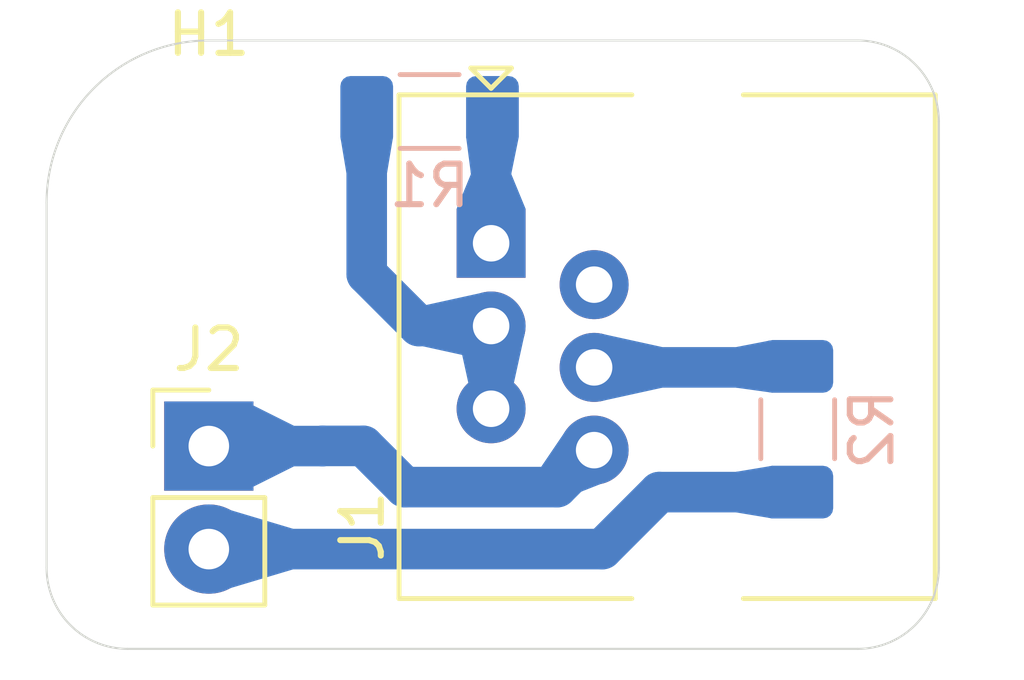
<source format=kicad_pcb>
(kicad_pcb (version 20241229) (generator "pcbnew") (generator_version "9.0")
  (layers (0 "F.Cu" signal) (2 "B.Cu" signal) (13 "F.Paste" user) (15 "B.Paste" user) (5 "F.SilkS" user "F.Silkscreen") (7 "B.SilkS" user "B.Silkscreen") (1 "F.Mask" user) (3 "B.Mask" user) (25 "Edge.Cuts" user))
  (net 0 "")
  (net 1 "GND")
  (net 2 "Net-(J1-Pad1)")
  (net 3 "Net-(J1-Pad4)")
  (net 4 "Net-(J2-Pin_1)")
  (net 6 "Net-(J2-Pin_2)")
  (footprint "Connector_PinHeader_2.54mm:PinHeader_1x02_P2.54mm_Vertical" (layer "F.Cu") (at 143 95)
    (property "Reference" "J2" (at 0 -2.38 0) (layer "F.SilkS"))
    (property "Value" "Conn_01x02")
    (fp_line (start -1.38 -1.38) (end 0 -1.38) (stroke (width 0.12)) (layer "F.SilkS"))
    (fp_line (start -1.38 0) (end -1.38 -1.38) (stroke (width 0.12)) (layer "F.SilkS"))
    (fp_line (start -1.38 1.27) (end -1.38 3.92) (stroke (width 0.12)) (layer "F.SilkS"))
    (fp_line (start -1.38 1.27) (end 1.38 1.27) (stroke (width 0.12)) (layer "F.SilkS"))
    (fp_line (start -1.38 3.92) (end 1.38 3.92) (stroke (width 0.12)) (layer "F.SilkS"))
    (fp_line (start 1.38 1.27) (end 1.38 3.92) (stroke (width 0.12)) (layer "F.SilkS"))
    (pad "1" thru_hole rect (at 0 0) (size 2.2 2.2) (drill 1) (layers "*.Cu" "*.Mask") (net 4 "Net-(J2-Pin_1)"))
    (pad "2" thru_hole circle (at 0 2.54) (size 2.2 2.2) (drill 1) (layers "*.Cu" "*.Mask") (net 6 "Net-(J2-Pin_2)"))
  )
  (footprint "MountingHole:MountingHole_3.2mm_M3" (layer "F.Cu") (at 143 89)
    (property "Reference" "H1" (at 0 -4.15 0) (layer "F.SilkS"))
    (property "Value" "MountingHole")
    (pad "" np_thru_hole circle (at 0 0) (size 3.2 3.2) (drill 3.2) (layers "*.Cu" "*.Mask"))
  )
  (footprint "Connector_RJ:RJ25_Wayconn_MJEA-660X1_Horizontal" (layer "F.Cu") (at 149.96 90 90)
    (property "Reference" "J1" (at -6.985 -3.175 90) (layer "F.SilkS"))
    (property "Value" "RJ12")
    (fp_line (start 3.66 -2.27) (end 3.66 3.47) (stroke (width 0.12)) (layer "F.SilkS"))
    (fp_line (start -8.76 -2.27) (end 3.66 -2.27) (stroke (width 0.12)) (layer "F.SilkS"))
    (fp_line (start -8.76 -2.27) (end -8.76 3.47) (stroke (width 0.12)) (layer "F.SilkS"))
    (fp_line (start 4.32 -0.5) (end 3.82 0) (stroke (width 0.12)) (layer "F.SilkS"))
    (fp_line (start 4.32 -0.5) (end 4.32 0.5) (stroke (width 0.12)) (layer "F.SilkS"))
    (fp_line (start 3.82 0) (end 4.32 0.5) (stroke (width 0.12)) (layer "F.SilkS"))
    (fp_line (start 3.66 6.22) (end 3.66 10.95) (stroke (width 0.12)) (layer "F.SilkS"))
    (fp_line (start -8.76 6.22) (end -8.76 10.95) (stroke (width 0.12)) (layer "F.SilkS"))
    (fp_line (start -8.76 10.95) (end 3.66 10.95) (stroke (width 0.12)) (layer "F.SilkS"))
    (pad "" np_thru_hole circle (at -8.55 4.84 90) (size 2.3 2.3) (drill 2.3) (layers "*.Cu" "*.Mask"))
    (pad "" np_thru_hole circle (at 3.45 4.84 90) (size 2.3 2.3) (drill 2.3) (layers "*.Cu" "*.Mask"))
    (pad "1" thru_hole rect (at 0 0 90) (size 1.7 1.7) (drill 0.9) (layers "*.Cu" "*.Mask") (net 2 "Net-(J1-Pad1)"))
    (pad "2" thru_hole circle (at -1.02 2.54 90) (size 1.7 1.7) (drill 0.9) (layers "*.Cu" "*.Mask"))
    (pad "3" thru_hole circle (at -2.04 0 90) (size 1.7 1.7) (drill 0.9) (layers "*.Cu" "*.Mask") (net 1 "GND"))
    (pad "4" thru_hole circle (at -3.06 2.54 90) (size 1.7 1.7) (drill 0.9) (layers "*.Cu" "*.Mask") (net 3 "Net-(J1-Pad4)"))
    (pad "5" thru_hole circle (at -4.08 0 90) (size 1.7 1.7) (drill 0.9) (layers "*.Cu" "*.Mask") (net 1 "GND"))
    (pad "6" thru_hole circle (at -5.1 2.54 90) (size 1.7 1.7) (drill 0.9) (layers "*.Cu" "*.Mask") (net 4 "Net-(J2-Pin_1)"))
  )
  (footprint "Resistor_SMD:R_1206_3216Metric_Pad1.30x1.75mm_HandSolder" (layer "B.Cu") (at 148.44296 86.75105)
    (property "Reference" "R1" (at 0 1.829999 0) (layer "B.SilkS") (effects (justify mirror)))
    (property "Value" "910 1%")
    (fp_line (start -0.727064 -0.91) (end 0.727064 -0.91) (stroke (width 0.12)) (layer "B.SilkS"))
    (fp_line (start -0.727064 0.91) (end 0.727064 0.91) (stroke (width 0.12)) (layer "B.SilkS"))
    (pad "1" smd roundrect (at -1.550001 0) (size 1.3 1.75) (layers "B.Cu" "B.Mask" "B.Paste") (roundrect_rratio 0.192308) (net 1 "GND"))
    (pad "2" smd roundrect (at 1.550001 0) (size 1.3 1.75) (layers "B.Cu" "B.Mask" "B.Paste") (roundrect_rratio 0.192308) (net 2 "Net-(J1-Pad1)"))
  )
  (footprint "Resistor_SMD:R_1206_3216Metric_Pad1.30x1.75mm_HandSolder" (layer "B.Cu") (at 157.519362 94.585119 90)
    (property "Reference" "R2" (at 0 1.829999 90) (layer "B.SilkS") (effects (justify mirror)))
    (property "Value" "2.2K")
    (fp_line (start -0.727064 -0.91) (end 0.727064 -0.91) (stroke (width 0.12)) (layer "B.SilkS"))
    (fp_line (start -0.727064 0.91) (end 0.727064 0.91) (stroke (width 0.12)) (layer "B.SilkS"))
    (pad "1" smd roundrect (at -1.550001 0 90) (size 1.3 1.75) (layers "B.Cu" "B.Mask" "B.Paste") (roundrect_rratio 0.192308) (net 6 "Net-(J2-Pin_2)"))
    (pad "2" smd roundrect (at 1.550001 0 90) (size 1.3 1.75) (layers "B.Cu" "B.Mask" "B.Paste") (roundrect_rratio 0.192308) (net 3 "Net-(J1-Pad4)"))
  )
  (gr_line (start 139 98) (end 139 89) (stroke (width 0.05)) (layer "Edge.Cuts"))
  (gr_line (start 161 87) (end 161 98) (stroke (width 0.05)) (layer "Edge.Cuts"))
  (gr_arc (start 139 89) (mid 140.171573 86.171573) (end 143 85) (stroke (width 0.05)) (layer "Edge.Cuts"))
  (gr_line (start 159 100) (end 141 100) (stroke (width 0.05)) (layer "Edge.Cuts"))
  (gr_arc (start 159 85) (mid 160.414214 85.585786) (end 161 87) (stroke (width 0.05)) (layer "Edge.Cuts"))
  (gr_line (start 143 85) (end 159 85) (stroke (width 0.05)) (layer "Edge.Cuts"))
  (gr_arc (start 141 100) (mid 139.585786 99.414214) (end 139 98) (stroke (width 0.05)) (layer "Edge.Cuts"))
  (gr_arc (start 161 98) (mid 160.414214 99.414214) (end 159 100) (stroke (width 0.05)) (layer "Edge.Cuts"))
  (segment (start 146.892959 90.758959) (end 148.174 92.04) (width 1) (layer "B.Cu") (net 1))
  (segment (start 146.892959 86.75105) (end 146.892959 90.758959) (width 1) (layer "B.Cu") (net 1))
  (segment (start 149.96 92.04) (end 149.96 94.08) (width 1) (layer "B.Cu") (net 1))
  (segment (start 148.174 92.04) (end 149.96 92.04) (width 1) (layer "B.Cu") (net 1))
  (segment (start 149.992961 87.475262) (end 149.96 87.508223) (width 1) (layer "B.Cu") (net 2))
  (segment (start 149.96 87.508223) (end 149.96 90) (width 1) (layer "B.Cu") (net 2))
  (segment (start 149.992961 86.75105) (end 149.992961 87.475262) (width 1) (layer "B.Cu") (net 2))
  (segment (start 157.519362 93.035118) (end 157.544244 93.06) (width 1) (layer "B.Cu") (net 3))
  (segment (start 157.544244 93.06) (end 152.5 93.06) (width 1) (layer "B.Cu") (net 3))
  (segment (start 145.804 94.996) (end 145.8 95) (width 1) (layer "B.Cu") (net 4))
  (segment (start 145.8 95) (end 143 95) (width 1) (layer "B.Cu") (net 4))
  (segment (start 152.5 95.1) (end 151.588 96.012) (width 1) (layer "B.Cu") (net 4))
  (segment (start 147.828 96.012) (end 146.812 94.996) (width 1) (layer "B.Cu") (net 4))
  (segment (start 151.588 96.012) (end 147.828 96.012) (width 1) (layer "B.Cu") (net 4))
  (segment (start 146.812 94.996) (end 145.804 94.996) (width 1) (layer "B.Cu") (net 4))
  (segment (start 154.10488 96.13512) (end 152.7 97.54) (width 1) (layer "B.Cu") (net 6))
  (segment (start 157.519362 96.13512) (end 154.10488 96.13512) (width 1) (layer "B.Cu") (net 6))
  (segment (start 152.7 97.54) (end 143 97.54) (width 1) (layer "B.Cu") (net 6))
)
</source>
